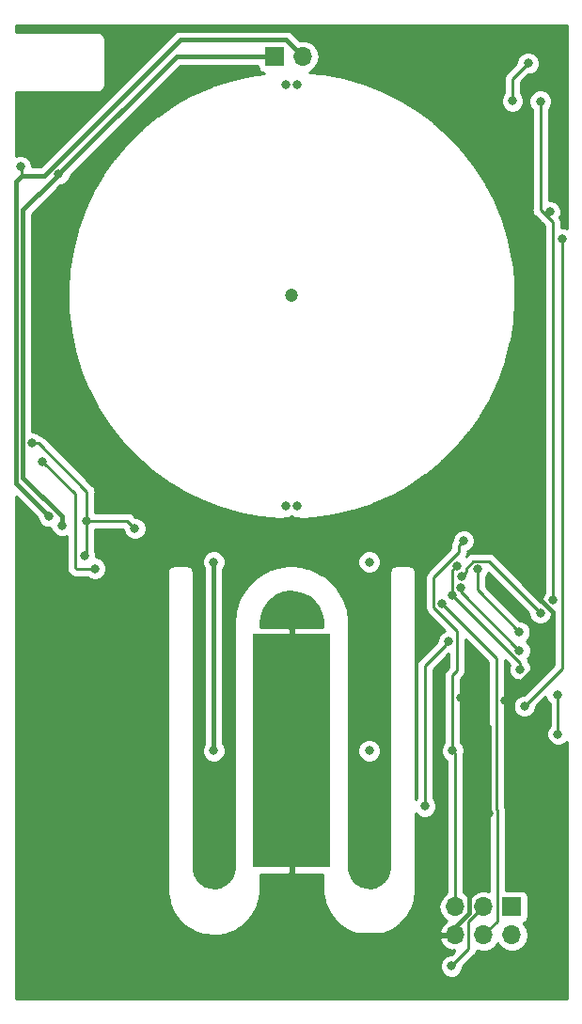
<source format=gbr>
G04 #@! TF.GenerationSoftware,KiCad,Pcbnew,(5.0.0-rc2-dev-668-g07e7340a9)*
G04 #@! TF.CreationDate,2018-10-23T00:23:44-04:00*
G04 #@! TF.ProjectId,BalancingBusinessCard,42616C616E63696E67427573696E6573,rev?*
G04 #@! TF.SameCoordinates,Original*
G04 #@! TF.FileFunction,Copper,L2,Bot,Signal*
G04 #@! TF.FilePolarity,Positive*
%FSLAX46Y46*%
G04 Gerber Fmt 4.6, Leading zero omitted, Abs format (unit mm)*
G04 Created by KiCad (PCBNEW (5.0.0-rc2-dev-668-g07e7340a9)) date 10/23/18 00:23:44*
%MOMM*%
%LPD*%
G01*
G04 APERTURE LIST*
%ADD10R,7.000000X21.000000*%
%ADD11O,1.700000X1.700000*%
%ADD12R,1.700000X1.700000*%
%ADD13C,1.200000*%
%ADD14C,0.800000*%
%ADD15C,0.250000*%
%ADD16C,0.400000*%
%ADD17C,0.254000*%
G04 APERTURE END LIST*
D10*
X205500000Y-116000000D03*
D11*
X220260000Y-132600000D03*
X220260000Y-130060000D03*
X222800000Y-132600000D03*
X222800000Y-130060000D03*
X225340000Y-132600000D03*
D12*
X225340000Y-130060000D03*
D11*
X206500000Y-53500000D03*
D12*
X203960000Y-53500000D03*
D13*
X205500000Y-75000000D03*
D14*
X205000000Y-56000000D03*
X206000000Y-56000000D03*
X205000000Y-94000000D03*
X206000000Y-94000000D03*
X187800000Y-99600000D03*
X183100000Y-89999996D03*
X212500000Y-99000000D03*
X198500000Y-98999976D03*
X198500000Y-116000000D03*
X212500000Y-116000000D03*
X184900000Y-130400000D03*
X190230001Y-117600000D03*
X183900000Y-125300000D03*
X190900000Y-133700000D03*
X183900000Y-135300000D03*
X184000000Y-108800000D03*
X226000000Y-110000000D03*
X226000000Y-80000000D03*
X226000000Y-75000000D03*
X226000000Y-65000000D03*
X226399607Y-100328534D03*
X226925010Y-90000000D03*
X226925010Y-85000000D03*
X220725010Y-111274131D03*
X223312660Y-121687340D03*
X224700011Y-111500000D03*
X226399607Y-96800000D03*
X226053948Y-69992234D03*
X225184603Y-60133322D03*
X189400000Y-98200000D03*
X190225000Y-101900000D03*
X205500000Y-116000000D03*
X205500000Y-132999992D03*
X229500000Y-114500000D03*
X229424945Y-111000000D03*
X187076163Y-95298639D03*
X191398309Y-95996451D03*
X186890531Y-98450011D03*
X182124979Y-88300488D03*
X226475021Y-111985695D03*
X229874980Y-69922499D03*
X229032850Y-102467150D03*
X228750000Y-67500000D03*
X227901717Y-57527037D03*
X225400000Y-57500000D03*
X226800000Y-54100000D03*
X217500000Y-121000000D03*
X219675000Y-106186683D03*
X219899994Y-135387500D03*
X219043400Y-102769939D03*
X220000000Y-116000000D03*
X221000000Y-97100000D03*
X183675980Y-94907368D03*
X181100000Y-63400000D03*
X227901465Y-103598535D03*
X220827644Y-100290480D03*
X226000000Y-105300000D03*
X184800000Y-95700000D03*
X222224979Y-99671169D03*
X184542695Y-64088690D03*
X220000000Y-102000000D03*
X226087933Y-108704837D03*
X220379538Y-99345782D03*
X226012660Y-106987340D03*
X220707115Y-101292885D03*
D15*
X186000000Y-92899996D02*
X183100000Y-89999996D01*
X186000000Y-99498322D02*
X186000000Y-92899996D01*
X186101678Y-99600000D02*
X186000000Y-99498322D01*
X187800000Y-99600000D02*
X186101678Y-99600000D01*
D16*
X198500000Y-98999976D02*
X198500000Y-116000000D01*
D15*
X190230001Y-121469999D02*
X190230001Y-117600000D01*
X184900000Y-126800000D02*
X190230001Y-121469999D01*
X184900000Y-130400000D02*
X184900000Y-126800000D01*
D16*
X184900000Y-126300000D02*
X184900000Y-126800000D01*
X183900000Y-125300000D02*
X184900000Y-126300000D01*
X184900000Y-130400000D02*
X187600000Y-130400000D01*
X187600000Y-130400000D02*
X190900000Y-133700000D01*
X184900000Y-130400000D02*
X184900000Y-134300000D01*
X184900000Y-134300000D02*
X183900000Y-135300000D01*
D15*
X190230001Y-117600000D02*
X190230001Y-115030001D01*
X190230001Y-115030001D02*
X184000000Y-108800000D01*
D16*
X205500000Y-116000000D02*
X205500000Y-116000000D01*
X226000000Y-75000000D02*
X226000000Y-80000000D01*
X226399607Y-100894219D02*
X226399607Y-100328534D01*
X229000000Y-107000000D02*
X229000000Y-103565685D01*
X226000000Y-110000000D02*
X229000000Y-107000000D01*
X229000000Y-103565685D02*
X226399607Y-100965292D01*
X226399607Y-100965292D02*
X226399607Y-100894219D01*
X226000000Y-84074990D02*
X226525011Y-84600001D01*
X226525011Y-84600001D02*
X226925010Y-85000000D01*
X226925010Y-85565685D02*
X226925010Y-90000000D01*
X226399607Y-90525403D02*
X226525011Y-90399999D01*
X226925010Y-85000000D02*
X226925010Y-85565685D01*
X226525011Y-90399999D02*
X226925010Y-90000000D01*
X226000000Y-80000000D02*
X226000000Y-84074990D01*
X223312660Y-121121655D02*
X223312660Y-121687340D01*
X226000000Y-110000000D02*
X224700011Y-111299989D01*
X224700011Y-111299989D02*
X224700011Y-111500000D01*
X223312660Y-113861781D02*
X223312660Y-121121655D01*
X220725010Y-111274131D02*
X223312660Y-113861781D01*
X226399607Y-96800000D02*
X226399607Y-90525403D01*
X226399607Y-100328534D02*
X226399607Y-96800000D01*
X226000000Y-70046182D02*
X226053948Y-69992234D01*
X226000000Y-69938286D02*
X226053948Y-69992234D01*
X226000000Y-60948719D02*
X225584602Y-60533321D01*
X225584602Y-60533321D02*
X225184603Y-60133322D01*
X226000000Y-65000000D02*
X226000000Y-69938286D01*
X226000000Y-65000000D02*
X226000000Y-60948719D01*
X226000000Y-75000000D02*
X226000000Y-70046182D01*
D15*
X189400000Y-98200000D02*
X189400000Y-101075000D01*
X189400000Y-101075000D02*
X190225000Y-101900000D01*
D16*
X221510001Y-130607523D02*
X220260000Y-131857524D01*
X221510001Y-123489999D02*
X221510001Y-130607523D01*
X220260000Y-131857524D02*
X220260000Y-132600000D01*
X223312660Y-121687340D02*
X221510001Y-123489999D01*
X205500000Y-116000000D02*
X205500000Y-132999992D01*
X190900000Y-133700000D02*
X204799992Y-133700000D01*
X205899992Y-132600000D02*
X205500000Y-132999992D01*
X205100001Y-133399991D02*
X205500000Y-132999992D01*
X204799992Y-133700000D02*
X205100001Y-133399991D01*
X220260000Y-132600000D02*
X205899992Y-132600000D01*
D15*
X229500000Y-111075055D02*
X229424945Y-111000000D01*
X229500000Y-114500000D02*
X229500000Y-111075055D01*
X190700497Y-95298639D02*
X191398309Y-95996451D01*
X187076163Y-95298639D02*
X190700497Y-95298639D01*
X187076163Y-98264379D02*
X186890531Y-98450011D01*
X187076163Y-95298639D02*
X187076163Y-98264379D01*
X182690664Y-88300488D02*
X182124979Y-88300488D01*
X187076163Y-95298639D02*
X187076163Y-92685987D01*
X187076163Y-92685987D02*
X182690664Y-88300488D01*
X226475021Y-111985695D02*
X229874980Y-108585736D01*
X229874980Y-108585736D02*
X229874980Y-70488184D01*
X229874980Y-70488184D02*
X229874980Y-69922499D01*
X229032850Y-101901465D02*
X229032850Y-102467150D01*
X228500000Y-67900000D02*
X229032850Y-68432850D01*
X228500000Y-67900000D02*
X228500000Y-67750000D01*
X228500000Y-67750000D02*
X228750000Y-67500000D01*
X229032850Y-68432850D02*
X229032850Y-101901465D01*
X227901717Y-67301717D02*
X227901717Y-58092722D01*
X228500000Y-67900000D02*
X227901717Y-67301717D01*
X227901717Y-58092722D02*
X227901717Y-57527037D01*
X225400000Y-57500000D02*
X225400000Y-55500000D01*
X225400000Y-55500000D02*
X226800000Y-54100000D01*
X219275001Y-106586682D02*
X219675000Y-106186683D01*
X217500000Y-108361683D02*
X219275001Y-106586682D01*
X217500000Y-121000000D02*
X217500000Y-108361683D01*
X221950001Y-130909999D02*
X222800000Y-130060000D01*
X221435001Y-131424999D02*
X221950001Y-130909999D01*
X221435001Y-133852493D02*
X221435001Y-131424999D01*
X219899994Y-135387500D02*
X221435001Y-133852493D01*
X223975001Y-121276677D02*
X223975001Y-107701540D01*
X219443399Y-103169938D02*
X219043400Y-102769939D01*
X223975001Y-107701540D02*
X219443399Y-103169938D01*
X224037662Y-121339338D02*
X223975001Y-121276677D01*
X224037662Y-131362338D02*
X224037662Y-121339338D01*
X222800000Y-132600000D02*
X224037662Y-131362338D01*
X220260000Y-130060000D02*
X220260000Y-116260000D01*
X220260000Y-116260000D02*
X220000000Y-116000000D01*
X220600001Y-97499999D02*
X220600001Y-98099999D01*
X221000000Y-97100000D02*
X220600001Y-97499999D01*
X220600001Y-98099999D02*
X218300000Y-100400000D01*
X218300000Y-100400000D02*
X218300000Y-103100000D01*
X218300000Y-103100000D02*
X220400000Y-105200000D01*
X220400000Y-105200000D02*
X220400000Y-108800000D01*
X220000000Y-109200000D02*
X220000000Y-116000000D01*
X220400000Y-108800000D02*
X220000000Y-109200000D01*
D16*
X180699989Y-91931377D02*
X183675980Y-94907368D01*
X180699989Y-64770014D02*
X180699989Y-91931377D01*
D15*
X181200000Y-63500000D02*
X181100000Y-63400000D01*
X181200000Y-64270003D02*
X181200000Y-63500000D01*
D16*
X181200000Y-64270003D02*
X180699989Y-64770014D01*
D15*
X221876977Y-98946167D02*
X221227643Y-99595501D01*
X221227643Y-99595501D02*
X221227643Y-99890481D01*
X221227643Y-99890481D02*
X220827644Y-100290480D01*
X227901465Y-103598535D02*
X223249097Y-98946167D01*
X223249097Y-98946167D02*
X221876977Y-98946167D01*
D16*
X183229997Y-64270003D02*
X181200000Y-64270003D01*
X195500000Y-52000000D02*
X183229997Y-64270003D01*
X206500000Y-53500000D02*
X205000000Y-52000000D01*
X205000000Y-52000000D02*
X195500000Y-52000000D01*
D15*
X222224979Y-100236854D02*
X222224979Y-99671169D01*
X222224979Y-101524979D02*
X222224979Y-100236854D01*
X226000000Y-105300000D02*
X222224979Y-101524979D01*
D16*
X195131385Y-53500000D02*
X184942694Y-63688691D01*
X203960000Y-53500000D02*
X195131385Y-53500000D01*
X181300000Y-67331385D02*
X184142696Y-64488689D01*
X184142696Y-64488689D02*
X184542695Y-64088690D01*
X181300000Y-91400002D02*
X181300000Y-67331385D01*
X184800000Y-94900002D02*
X181300000Y-91400002D01*
X184800000Y-95700000D02*
X184800000Y-94900002D01*
X184942694Y-63688691D02*
X184542695Y-64088690D01*
D15*
X226000000Y-108000000D02*
X220000000Y-102000000D01*
X226087933Y-108087933D02*
X226087933Y-108704837D01*
X226000000Y-108000000D02*
X226087933Y-108087933D01*
X226000000Y-108000000D02*
X219979539Y-101979539D01*
X219979539Y-99745781D02*
X220379538Y-99345782D01*
X219979539Y-101979539D02*
X219979539Y-99745781D01*
X226012660Y-106987340D02*
X220707115Y-101681795D01*
X220707115Y-101681795D02*
X220707115Y-101292885D01*
D17*
G36*
X230290001Y-68974130D02*
X230080854Y-68887499D01*
X229792850Y-68887499D01*
X229792850Y-68507698D01*
X229807738Y-68432850D01*
X229792850Y-68358002D01*
X229792850Y-68357998D01*
X229753605Y-68160700D01*
X229748754Y-68136312D01*
X229661066Y-68005078D01*
X229785000Y-67705874D01*
X229785000Y-67294126D01*
X229627431Y-66913720D01*
X229336280Y-66622569D01*
X228955874Y-66465000D01*
X228661717Y-66465000D01*
X228661717Y-58230748D01*
X228779148Y-58113317D01*
X228936717Y-57732911D01*
X228936717Y-57321163D01*
X228779148Y-56940757D01*
X228487997Y-56649606D01*
X228107591Y-56492037D01*
X227695843Y-56492037D01*
X227315437Y-56649606D01*
X227024286Y-56940757D01*
X226866717Y-57321163D01*
X226866717Y-57732911D01*
X227024286Y-58113317D01*
X227141718Y-58230749D01*
X227141717Y-67226870D01*
X227126829Y-67301717D01*
X227141717Y-67376564D01*
X227141717Y-67376568D01*
X227185813Y-67598253D01*
X227353788Y-67849646D01*
X227417247Y-67892048D01*
X227909670Y-68384472D01*
X227952071Y-68447929D01*
X228015530Y-68490331D01*
X228272850Y-68747652D01*
X228272851Y-101763438D01*
X228155419Y-101880870D01*
X227997850Y-102261276D01*
X227997850Y-102563535D01*
X227941267Y-102563535D01*
X223839428Y-98461697D01*
X223797026Y-98398238D01*
X223545634Y-98230263D01*
X223323949Y-98186167D01*
X223323944Y-98186167D01*
X223249097Y-98171279D01*
X223174250Y-98186167D01*
X221951824Y-98186167D01*
X221876977Y-98171279D01*
X221802130Y-98186167D01*
X221802125Y-98186167D01*
X221580440Y-98230263D01*
X221329048Y-98398238D01*
X221286648Y-98461694D01*
X221243612Y-98504731D01*
X221315905Y-98396536D01*
X221360001Y-98174851D01*
X221360001Y-98174847D01*
X221374889Y-98099999D01*
X221368456Y-98067657D01*
X221586280Y-97977431D01*
X221877431Y-97686280D01*
X222035000Y-97305874D01*
X222035000Y-96894126D01*
X221877431Y-96513720D01*
X221586280Y-96222569D01*
X221205874Y-96065000D01*
X220794126Y-96065000D01*
X220413720Y-96222569D01*
X220122569Y-96513720D01*
X219965000Y-96894126D01*
X219965000Y-97082383D01*
X219884097Y-97203463D01*
X219840001Y-97425148D01*
X219840001Y-97425152D01*
X219825113Y-97499999D01*
X219840001Y-97574846D01*
X219840001Y-97785197D01*
X217815530Y-99809669D01*
X217752071Y-99852071D01*
X217584096Y-100103464D01*
X217540000Y-100325149D01*
X217540000Y-100325153D01*
X217525112Y-100400000D01*
X217540000Y-100474847D01*
X217540001Y-103025148D01*
X217525112Y-103100000D01*
X217540001Y-103174852D01*
X217545086Y-103200417D01*
X217584097Y-103396537D01*
X217690058Y-103555118D01*
X217752072Y-103647929D01*
X217815528Y-103690329D01*
X219333188Y-105207990D01*
X219088720Y-105309252D01*
X218797569Y-105600403D01*
X218640000Y-105980809D01*
X218640000Y-106146880D01*
X217015528Y-107771354D01*
X216952072Y-107813754D01*
X216909672Y-107877210D01*
X216909671Y-107877211D01*
X216784097Y-108065146D01*
X216725112Y-108361683D01*
X216740001Y-108436535D01*
X216740000Y-120296289D01*
X216685000Y-120351289D01*
X216685000Y-100067462D01*
X216698419Y-100000000D01*
X216676635Y-99890482D01*
X216645255Y-99732727D01*
X216617860Y-99691728D01*
X216493857Y-99506143D01*
X216267273Y-99354745D01*
X216067462Y-99315000D01*
X216067461Y-99315000D01*
X216000000Y-99301581D01*
X215932538Y-99315000D01*
X215067462Y-99315000D01*
X215000000Y-99301581D01*
X214932539Y-99315000D01*
X214932538Y-99315000D01*
X214732727Y-99354745D01*
X214506143Y-99506143D01*
X214354745Y-99732727D01*
X214301581Y-100000000D01*
X214315001Y-100067467D01*
X214315000Y-126456900D01*
X214252705Y-126950019D01*
X214085726Y-127371761D01*
X213819109Y-127738727D01*
X213469610Y-128027857D01*
X213059184Y-128220989D01*
X212613620Y-128305985D01*
X212160925Y-128277504D01*
X211729528Y-128137335D01*
X211346546Y-127894287D01*
X211036039Y-127563630D01*
X210817517Y-127166141D01*
X210699295Y-126705698D01*
X210685000Y-126478479D01*
X210685000Y-115794126D01*
X211465000Y-115794126D01*
X211465000Y-116205874D01*
X211622569Y-116586280D01*
X211913720Y-116877431D01*
X212294126Y-117035000D01*
X212705874Y-117035000D01*
X213086280Y-116877431D01*
X213377431Y-116586280D01*
X213535000Y-116205874D01*
X213535000Y-115794126D01*
X213377431Y-115413720D01*
X213086280Y-115122569D01*
X212705874Y-114965000D01*
X212294126Y-114965000D01*
X211913720Y-115122569D01*
X211622569Y-115413720D01*
X211465000Y-115794126D01*
X210685000Y-115794126D01*
X210685000Y-104432538D01*
X210683354Y-104424264D01*
X210679424Y-104263441D01*
X210678530Y-104255996D01*
X210678896Y-104248505D01*
X210672539Y-104181883D01*
X210549882Y-103335935D01*
X210542374Y-103305135D01*
X210537905Y-103273736D01*
X210519065Y-103209519D01*
X210238656Y-102402027D01*
X210225456Y-102373196D01*
X210215133Y-102343215D01*
X210184491Y-102283719D01*
X210184491Y-102283718D01*
X210184488Y-102283714D01*
X209756448Y-101543820D01*
X209738039Y-101518010D01*
X209722229Y-101490517D01*
X209680899Y-101437902D01*
X209680889Y-101437888D01*
X209680883Y-101437883D01*
X209120656Y-100792278D01*
X209097697Y-100770415D01*
X209076975Y-100746408D01*
X209026428Y-100702546D01*
X208354221Y-100174520D01*
X208327543Y-100157393D01*
X208302653Y-100137736D01*
X208244734Y-100104230D01*
X208244725Y-100104224D01*
X208244721Y-100104222D01*
X207484798Y-99712837D01*
X207455359Y-99701062D01*
X207427206Y-99686469D01*
X207363985Y-99664515D01*
X206543759Y-99423887D01*
X206512625Y-99417892D01*
X206482220Y-99408885D01*
X206416013Y-99399287D01*
X206415989Y-99399282D01*
X206415978Y-99399282D01*
X205565059Y-99318097D01*
X205557567Y-99318097D01*
X205550169Y-99316839D01*
X205483266Y-99315204D01*
X205263441Y-99320576D01*
X205255996Y-99321470D01*
X205248505Y-99321104D01*
X205181883Y-99327461D01*
X204335935Y-99450118D01*
X204305135Y-99457626D01*
X204273736Y-99462095D01*
X204209519Y-99480935D01*
X203402027Y-99761344D01*
X203373196Y-99774544D01*
X203343215Y-99784867D01*
X203283727Y-99815505D01*
X203283718Y-99815509D01*
X203283717Y-99815510D01*
X202543820Y-100243552D01*
X202518010Y-100261961D01*
X202490517Y-100277771D01*
X202437902Y-100319101D01*
X202437888Y-100319111D01*
X202437883Y-100319117D01*
X201792278Y-100879344D01*
X201770415Y-100902303D01*
X201746408Y-100923025D01*
X201702546Y-100973572D01*
X201174520Y-101645779D01*
X201157393Y-101672457D01*
X201137736Y-101697347D01*
X201104230Y-101755266D01*
X201104224Y-101755275D01*
X201104224Y-101755276D01*
X200712837Y-102515202D01*
X200701062Y-102544641D01*
X200686469Y-102572794D01*
X200664515Y-102636015D01*
X200423887Y-103456241D01*
X200417892Y-103487375D01*
X200408885Y-103517780D01*
X200399287Y-103583987D01*
X200399282Y-103584011D01*
X200399282Y-103584022D01*
X200321392Y-104400403D01*
X200315000Y-104432539D01*
X200315001Y-126456893D01*
X200252705Y-126950019D01*
X200085726Y-127371761D01*
X199819109Y-127738727D01*
X199469610Y-128027857D01*
X199059184Y-128220989D01*
X198613620Y-128305985D01*
X198160925Y-128277504D01*
X197729528Y-128137335D01*
X197346546Y-127894287D01*
X197036039Y-127563630D01*
X196817517Y-127166141D01*
X196699295Y-126705698D01*
X196685000Y-126478479D01*
X196685000Y-100067462D01*
X196698419Y-100000000D01*
X196676635Y-99890482D01*
X196645255Y-99732727D01*
X196493857Y-99506143D01*
X196267273Y-99354745D01*
X196095494Y-99320576D01*
X196067462Y-99315000D01*
X196000000Y-99301581D01*
X195932539Y-99315000D01*
X195067461Y-99315000D01*
X195000000Y-99301581D01*
X194932538Y-99315000D01*
X194732727Y-99354745D01*
X194506143Y-99506143D01*
X194354745Y-99732727D01*
X194301581Y-100000000D01*
X194315000Y-100067462D01*
X194315001Y-128567462D01*
X194316881Y-128576914D01*
X194320724Y-128714500D01*
X194321865Y-128722832D01*
X194321396Y-128731226D01*
X194329655Y-128807254D01*
X194453129Y-129553097D01*
X194462786Y-129587684D01*
X194468526Y-129623125D01*
X194492918Y-129695606D01*
X194773670Y-130397536D01*
X194790526Y-130429238D01*
X194803745Y-130462625D01*
X194843124Y-130528163D01*
X194843132Y-130528177D01*
X194843137Y-130528183D01*
X195268066Y-131153447D01*
X195291336Y-131180790D01*
X195311416Y-131210559D01*
X195363961Y-131266124D01*
X195913248Y-131785558D01*
X195941848Y-131807267D01*
X195967851Y-131832029D01*
X196031102Y-131875015D01*
X196679118Y-132264381D01*
X196711708Y-132279440D01*
X196742424Y-132298042D01*
X196813422Y-132326439D01*
X196813432Y-132326443D01*
X196813438Y-132326444D01*
X197529939Y-132567574D01*
X197565006Y-132575284D01*
X197598998Y-132586856D01*
X197674428Y-132599343D01*
X197674446Y-132599347D01*
X197674455Y-132599347D01*
X198426021Y-132680993D01*
X198434428Y-132680993D01*
X198442680Y-132682597D01*
X198519125Y-132684733D01*
X198714500Y-132679276D01*
X198722832Y-132678135D01*
X198731226Y-132678604D01*
X198807254Y-132670345D01*
X199553097Y-132546871D01*
X199587684Y-132537214D01*
X199623125Y-132531474D01*
X199695606Y-132507082D01*
X200397536Y-132226330D01*
X200429238Y-132209474D01*
X200462625Y-132196255D01*
X200528163Y-132156876D01*
X200528177Y-132156868D01*
X200528183Y-132156863D01*
X201153447Y-131731934D01*
X201180790Y-131708664D01*
X201210559Y-131688584D01*
X201266124Y-131636039D01*
X201785558Y-131086752D01*
X201807267Y-131058152D01*
X201832029Y-131032149D01*
X201875015Y-130968898D01*
X202264381Y-130320882D01*
X202279440Y-130288292D01*
X202298042Y-130257576D01*
X202326439Y-130186578D01*
X202326443Y-130186568D01*
X202326444Y-130186562D01*
X202567574Y-129470061D01*
X202575284Y-129434994D01*
X202586856Y-129401002D01*
X202599343Y-129325572D01*
X202599347Y-129325554D01*
X202599347Y-129325545D01*
X202677731Y-128604005D01*
X202685000Y-128567462D01*
X202685000Y-127135000D01*
X205214250Y-127135000D01*
X205373000Y-126976250D01*
X205373000Y-116127000D01*
X205353000Y-116127000D01*
X205353000Y-115873000D01*
X205373000Y-115873000D01*
X205373000Y-105023750D01*
X205214250Y-104865000D01*
X202685000Y-104865000D01*
X202685000Y-104537095D01*
X202754603Y-103896386D01*
X202948264Y-103320936D01*
X203260977Y-102800491D01*
X203678153Y-102359339D01*
X204180328Y-102018061D01*
X204744074Y-101792579D01*
X205343089Y-101693413D01*
X205949421Y-101725189D01*
X206534788Y-101886427D01*
X207071874Y-102169600D01*
X207535623Y-102561498D01*
X207904404Y-103043843D01*
X208161002Y-103594120D01*
X208297400Y-104204327D01*
X208315001Y-104519152D01*
X208315001Y-104865000D01*
X205785750Y-104865000D01*
X205627000Y-105023750D01*
X205627000Y-115873000D01*
X205647000Y-115873000D01*
X205647000Y-116127000D01*
X205627000Y-116127000D01*
X205627000Y-126976250D01*
X205785750Y-127135000D01*
X208315000Y-127135000D01*
X208315000Y-128567461D01*
X208316881Y-128576919D01*
X208320724Y-128714500D01*
X208321865Y-128722832D01*
X208321396Y-128731226D01*
X208329655Y-128807254D01*
X208453129Y-129553097D01*
X208462786Y-129587684D01*
X208468526Y-129623125D01*
X208492918Y-129695606D01*
X208773670Y-130397536D01*
X208790526Y-130429238D01*
X208803745Y-130462625D01*
X208843124Y-130528163D01*
X208843132Y-130528177D01*
X208843137Y-130528183D01*
X209268066Y-131153447D01*
X209291336Y-131180790D01*
X209311416Y-131210559D01*
X209363961Y-131266124D01*
X209913248Y-131785558D01*
X209941848Y-131807267D01*
X209967851Y-131832029D01*
X210031102Y-131875015D01*
X210679118Y-132264381D01*
X210711708Y-132279440D01*
X210742424Y-132298042D01*
X210813422Y-132326439D01*
X210813432Y-132326443D01*
X210813438Y-132326444D01*
X211529939Y-132567574D01*
X211565006Y-132575284D01*
X211598998Y-132586856D01*
X211674428Y-132599343D01*
X211674446Y-132599347D01*
X211674455Y-132599347D01*
X212426021Y-132680993D01*
X212434428Y-132680993D01*
X212442680Y-132682597D01*
X212519125Y-132684733D01*
X212714500Y-132679276D01*
X212722832Y-132678135D01*
X212731226Y-132678604D01*
X212807254Y-132670345D01*
X213553097Y-132546871D01*
X213587684Y-132537214D01*
X213623125Y-132531474D01*
X213695606Y-132507082D01*
X214397536Y-132226330D01*
X214429238Y-132209474D01*
X214462625Y-132196255D01*
X214528163Y-132156876D01*
X214528177Y-132156868D01*
X214528183Y-132156863D01*
X215153447Y-131731934D01*
X215180790Y-131708664D01*
X215210559Y-131688584D01*
X215266124Y-131636039D01*
X215785558Y-131086752D01*
X215807267Y-131058152D01*
X215832029Y-131032149D01*
X215875015Y-130968898D01*
X216264381Y-130320882D01*
X216279440Y-130288292D01*
X216298042Y-130257576D01*
X216326439Y-130186578D01*
X216326443Y-130186568D01*
X216326444Y-130186562D01*
X216567574Y-129470061D01*
X216575284Y-129434994D01*
X216586856Y-129401002D01*
X216599343Y-129325572D01*
X216599347Y-129325554D01*
X216599347Y-129325545D01*
X216677731Y-128604005D01*
X216685000Y-128567462D01*
X216685000Y-121648711D01*
X216913720Y-121877431D01*
X217294126Y-122035000D01*
X217705874Y-122035000D01*
X218086280Y-121877431D01*
X218377431Y-121586280D01*
X218535000Y-121205874D01*
X218535000Y-120794126D01*
X218377431Y-120413720D01*
X218260000Y-120296289D01*
X218260000Y-108676484D01*
X219640001Y-107296485D01*
X219640001Y-108485198D01*
X219515529Y-108609669D01*
X219452071Y-108652071D01*
X219284096Y-108903464D01*
X219240000Y-109125149D01*
X219240000Y-109125153D01*
X219225112Y-109200000D01*
X219240000Y-109274847D01*
X219240001Y-115296288D01*
X219122569Y-115413720D01*
X218965000Y-115794126D01*
X218965000Y-116205874D01*
X219122569Y-116586280D01*
X219413720Y-116877431D01*
X219500001Y-116913170D01*
X219500000Y-128781822D01*
X219189375Y-128989375D01*
X218861161Y-129480582D01*
X218745908Y-130060000D01*
X218861161Y-130639418D01*
X219189375Y-131130625D01*
X219489786Y-131331353D01*
X219064817Y-131718642D01*
X218818514Y-132243108D01*
X218939181Y-132473000D01*
X220133000Y-132473000D01*
X220133000Y-132453000D01*
X220387000Y-132453000D01*
X220387000Y-132473000D01*
X220407000Y-132473000D01*
X220407000Y-132727000D01*
X220387000Y-132727000D01*
X220387000Y-132747000D01*
X220133000Y-132747000D01*
X220133000Y-132727000D01*
X218939181Y-132727000D01*
X218818514Y-132956892D01*
X219064817Y-133481358D01*
X219493076Y-133871645D01*
X219903110Y-134041476D01*
X220132998Y-133920156D01*
X220132998Y-134079694D01*
X219860193Y-134352500D01*
X219694120Y-134352500D01*
X219313714Y-134510069D01*
X219022563Y-134801220D01*
X218864994Y-135181626D01*
X218864994Y-135593374D01*
X219022563Y-135973780D01*
X219313714Y-136264931D01*
X219694120Y-136422500D01*
X220105868Y-136422500D01*
X220486274Y-136264931D01*
X220777425Y-135973780D01*
X220934994Y-135593374D01*
X220934994Y-135427301D01*
X221919474Y-134442822D01*
X221982930Y-134400422D01*
X222025925Y-134336075D01*
X222150905Y-134149031D01*
X222180780Y-133998839D01*
X222185449Y-133975364D01*
X222220582Y-133998839D01*
X222653744Y-134085000D01*
X222946256Y-134085000D01*
X223379418Y-133998839D01*
X223870625Y-133670625D01*
X224070000Y-133372239D01*
X224269375Y-133670625D01*
X224760582Y-133998839D01*
X225193744Y-134085000D01*
X225486256Y-134085000D01*
X225919418Y-133998839D01*
X226410625Y-133670625D01*
X226738839Y-133179418D01*
X226854092Y-132600000D01*
X226738839Y-132020582D01*
X226410625Y-131529375D01*
X226392381Y-131517184D01*
X226437765Y-131508157D01*
X226647809Y-131367809D01*
X226788157Y-131157765D01*
X226837440Y-130910000D01*
X226837440Y-129210000D01*
X226788157Y-128962235D01*
X226647809Y-128752191D01*
X226437765Y-128611843D01*
X226190000Y-128562560D01*
X224797662Y-128562560D01*
X224797662Y-121414184D01*
X224812550Y-121339337D01*
X224797662Y-121264490D01*
X224797662Y-121264486D01*
X224753566Y-121042801D01*
X224735001Y-121015017D01*
X224735001Y-107809804D01*
X225161663Y-108236466D01*
X225052933Y-108498963D01*
X225052933Y-108910711D01*
X225210502Y-109291117D01*
X225501653Y-109582268D01*
X225882059Y-109739837D01*
X226293807Y-109739837D01*
X226674213Y-109582268D01*
X226965364Y-109291117D01*
X227122933Y-108910711D01*
X227122933Y-108498963D01*
X226965364Y-108118557D01*
X226844965Y-107998158D01*
X226803837Y-107791396D01*
X226751157Y-107712554D01*
X226890091Y-107573620D01*
X227047660Y-107193214D01*
X227047660Y-106781466D01*
X226890091Y-106401060D01*
X226626371Y-106137340D01*
X226877431Y-105886280D01*
X227035000Y-105505874D01*
X227035000Y-105094126D01*
X226877431Y-104713720D01*
X226586280Y-104422569D01*
X226205874Y-104265000D01*
X226039802Y-104265000D01*
X222984979Y-101210178D01*
X222984979Y-100374880D01*
X223102410Y-100257449D01*
X223214637Y-99986508D01*
X226866465Y-103638337D01*
X226866465Y-103804409D01*
X227024034Y-104184815D01*
X227315185Y-104475966D01*
X227695591Y-104633535D01*
X228107339Y-104633535D01*
X228487745Y-104475966D01*
X228778896Y-104184815D01*
X228936465Y-103804409D01*
X228936465Y-103502150D01*
X229114980Y-103502150D01*
X229114980Y-108270934D01*
X226435220Y-110950695D01*
X226269147Y-110950695D01*
X225888741Y-111108264D01*
X225597590Y-111399415D01*
X225440021Y-111779821D01*
X225440021Y-112191569D01*
X225597590Y-112571975D01*
X225888741Y-112863126D01*
X226269147Y-113020695D01*
X226680895Y-113020695D01*
X227061301Y-112863126D01*
X227352452Y-112571975D01*
X227510021Y-112191569D01*
X227510021Y-112025496D01*
X228389945Y-111145572D01*
X228389945Y-111205874D01*
X228547514Y-111586280D01*
X228740001Y-111778767D01*
X228740000Y-113796289D01*
X228622569Y-113913720D01*
X228465000Y-114294126D01*
X228465000Y-114705874D01*
X228622569Y-115086280D01*
X228913720Y-115377431D01*
X229294126Y-115535000D01*
X229705874Y-115535000D01*
X230086280Y-115377431D01*
X230290000Y-115173711D01*
X230290000Y-138290000D01*
X180710000Y-138290000D01*
X180710000Y-93122255D01*
X182640980Y-95053236D01*
X182640980Y-95113242D01*
X182798549Y-95493648D01*
X183089700Y-95784799D01*
X183470106Y-95942368D01*
X183780116Y-95942368D01*
X183922569Y-96286280D01*
X184213720Y-96577431D01*
X184594126Y-96735000D01*
X185005874Y-96735000D01*
X185240000Y-96638022D01*
X185240000Y-99423475D01*
X185225112Y-99498322D01*
X185240000Y-99573169D01*
X185240000Y-99573173D01*
X185284096Y-99794858D01*
X185452071Y-100046251D01*
X185513022Y-100086978D01*
X185553749Y-100147929D01*
X185805141Y-100315904D01*
X186026826Y-100360000D01*
X186026830Y-100360000D01*
X186101677Y-100374888D01*
X186176524Y-100360000D01*
X187096289Y-100360000D01*
X187213720Y-100477431D01*
X187594126Y-100635000D01*
X188005874Y-100635000D01*
X188386280Y-100477431D01*
X188677431Y-100186280D01*
X188835000Y-99805874D01*
X188835000Y-99394126D01*
X188677431Y-99013720D01*
X188457813Y-98794102D01*
X197465000Y-98794102D01*
X197465000Y-99205850D01*
X197622569Y-99586256D01*
X197665000Y-99628687D01*
X197665001Y-115371288D01*
X197622569Y-115413720D01*
X197465000Y-115794126D01*
X197465000Y-116205874D01*
X197622569Y-116586280D01*
X197913720Y-116877431D01*
X198294126Y-117035000D01*
X198705874Y-117035000D01*
X199086280Y-116877431D01*
X199377431Y-116586280D01*
X199535000Y-116205874D01*
X199535000Y-115794126D01*
X199377431Y-115413720D01*
X199335000Y-115371289D01*
X199335000Y-99628687D01*
X199377431Y-99586256D01*
X199535000Y-99205850D01*
X199535000Y-98794126D01*
X211465000Y-98794126D01*
X211465000Y-99205874D01*
X211622569Y-99586280D01*
X211913720Y-99877431D01*
X212294126Y-100035000D01*
X212705874Y-100035000D01*
X213086280Y-99877431D01*
X213377431Y-99586280D01*
X213535000Y-99205874D01*
X213535000Y-98794126D01*
X213377431Y-98413720D01*
X213086280Y-98122569D01*
X212705874Y-97965000D01*
X212294126Y-97965000D01*
X211913720Y-98122569D01*
X211622569Y-98413720D01*
X211465000Y-98794126D01*
X199535000Y-98794126D01*
X199535000Y-98794102D01*
X199377431Y-98413696D01*
X199086280Y-98122545D01*
X198705874Y-97964976D01*
X198294126Y-97964976D01*
X197913720Y-98122545D01*
X197622569Y-98413696D01*
X197465000Y-98794102D01*
X188457813Y-98794102D01*
X188386280Y-98722569D01*
X188005874Y-98565000D01*
X187925531Y-98565000D01*
X187925531Y-98244137D01*
X187836163Y-98028383D01*
X187836163Y-96058639D01*
X190363309Y-96058639D01*
X190363309Y-96202325D01*
X190520878Y-96582731D01*
X190812029Y-96873882D01*
X191192435Y-97031451D01*
X191604183Y-97031451D01*
X191984589Y-96873882D01*
X192275740Y-96582731D01*
X192433309Y-96202325D01*
X192433309Y-95790577D01*
X192275740Y-95410171D01*
X191984589Y-95119020D01*
X191604183Y-94961451D01*
X191438110Y-94961451D01*
X191290828Y-94814169D01*
X191248426Y-94750710D01*
X190997034Y-94582735D01*
X190775349Y-94538639D01*
X190775344Y-94538639D01*
X190700497Y-94523751D01*
X190625650Y-94538639D01*
X187836163Y-94538639D01*
X187836163Y-92760833D01*
X187851051Y-92685986D01*
X187836163Y-92611139D01*
X187836163Y-92611135D01*
X187792067Y-92389450D01*
X187624092Y-92138058D01*
X187560636Y-92095658D01*
X183280995Y-87816018D01*
X183238593Y-87752559D01*
X182987201Y-87584584D01*
X182844376Y-87556174D01*
X182711259Y-87423057D01*
X182330853Y-87265488D01*
X182135000Y-87265488D01*
X182135000Y-67677252D01*
X184688563Y-65123690D01*
X184748569Y-65123690D01*
X185128975Y-64966121D01*
X185420126Y-64674970D01*
X185577695Y-64294564D01*
X185577695Y-64234557D01*
X185591278Y-64220974D01*
X195477253Y-54335000D01*
X202462560Y-54335000D01*
X202462560Y-54350000D01*
X202511843Y-54597765D01*
X202652191Y-54807809D01*
X202862235Y-54948157D01*
X203036274Y-54982775D01*
X201796673Y-55158324D01*
X201784910Y-55160538D01*
X201773062Y-55162090D01*
X201735599Y-55169821D01*
X200013613Y-55575627D01*
X200002119Y-55578892D01*
X199990440Y-55581516D01*
X199953832Y-55592611D01*
X198275712Y-56152815D01*
X198264544Y-56157116D01*
X198253169Y-56160781D01*
X198217716Y-56175148D01*
X196597275Y-56885138D01*
X196586550Y-56890429D01*
X196575546Y-56895114D01*
X196541542Y-56912635D01*
X194992118Y-57766570D01*
X194981921Y-57772809D01*
X194971383Y-57778474D01*
X194939107Y-57799005D01*
X193473454Y-58789852D01*
X193463863Y-58796990D01*
X193453882Y-58803587D01*
X193423600Y-58826958D01*
X192053783Y-59946563D01*
X192044877Y-59954542D01*
X192035537Y-59962015D01*
X192007497Y-59988035D01*
X190744790Y-61227182D01*
X190736641Y-61235940D01*
X190728020Y-61244224D01*
X190702454Y-61272678D01*
X189557251Y-62621169D01*
X189549938Y-62630617D01*
X189542094Y-62639660D01*
X189519212Y-62670315D01*
X188500939Y-64117047D01*
X188494506Y-64127129D01*
X188487521Y-64136836D01*
X188467511Y-64169439D01*
X187584551Y-65702505D01*
X187579061Y-65713123D01*
X187572981Y-65723429D01*
X187556009Y-65757711D01*
X186815628Y-67364494D01*
X186811125Y-67375561D01*
X186806002Y-67386380D01*
X186792206Y-67422059D01*
X186200499Y-69089332D01*
X186197014Y-69100773D01*
X186192897Y-69112000D01*
X186182392Y-69148783D01*
X185744229Y-70862821D01*
X185741797Y-70874526D01*
X185738712Y-70886086D01*
X185731584Y-70923669D01*
X185450573Y-72670364D01*
X185449211Y-72682249D01*
X185447188Y-72694033D01*
X185443501Y-72732050D01*
X185443495Y-72732107D01*
X185443494Y-72732129D01*
X185321948Y-74497083D01*
X185321669Y-74509025D01*
X185320721Y-74520961D01*
X185320495Y-74559213D01*
X185359412Y-76327942D01*
X185360217Y-76339872D01*
X185360355Y-76351833D01*
X185363596Y-76389948D01*
X185562657Y-78147871D01*
X185564539Y-78159674D01*
X185565761Y-78171578D01*
X185572434Y-78209186D01*
X185572443Y-78209242D01*
X185572448Y-78209263D01*
X185930011Y-79941887D01*
X185932955Y-79953472D01*
X185935251Y-79965216D01*
X185945319Y-80002120D01*
X186458449Y-81695228D01*
X186462433Y-81706504D01*
X186465782Y-81717985D01*
X186479154Y-81753825D01*
X187143622Y-83393457D01*
X187148613Y-83404327D01*
X187152988Y-83415457D01*
X187169541Y-83449912D01*
X187169552Y-83449936D01*
X187169553Y-83449937D01*
X187979891Y-85022599D01*
X187985838Y-85032958D01*
X187991211Y-85043659D01*
X188010833Y-85076496D01*
X188960371Y-86569243D01*
X188967246Y-86579039D01*
X188973554Y-86589189D01*
X188996071Y-86620113D01*
X190076992Y-88020658D01*
X190084716Y-88029779D01*
X190091928Y-88039328D01*
X190117155Y-88068083D01*
X191320563Y-89364898D01*
X191329089Y-89373288D01*
X191337130Y-89382137D01*
X191364859Y-89408488D01*
X192680847Y-90590896D01*
X192690094Y-90598475D01*
X192698908Y-90606563D01*
X192728912Y-90630292D01*
X194146649Y-91688563D01*
X194156555Y-91695280D01*
X194166056Y-91702528D01*
X194198020Y-91723397D01*
X194198086Y-91723441D01*
X194198113Y-91723456D01*
X195705902Y-92648863D01*
X195716365Y-92654649D01*
X195726494Y-92661012D01*
X195760288Y-92678935D01*
X197345772Y-93463892D01*
X197356722Y-93468708D01*
X197367382Y-93474125D01*
X197402661Y-93488911D01*
X199052762Y-94126940D01*
X199064104Y-94130744D01*
X199075210Y-94135172D01*
X199111684Y-94146700D01*
X200812821Y-94632551D01*
X200824452Y-94635309D01*
X200835922Y-94638715D01*
X200873291Y-94646890D01*
X202611460Y-94976563D01*
X202623293Y-94978255D01*
X202635025Y-94980608D01*
X202672981Y-94985362D01*
X204399882Y-95152846D01*
X204500000Y-95172761D01*
X204767273Y-95119597D01*
X204893882Y-95035000D01*
X205205874Y-95035000D01*
X205500000Y-94913169D01*
X205794126Y-95035000D01*
X206106119Y-95035000D01*
X206232728Y-95119597D01*
X206500000Y-95172761D01*
X206592247Y-95154412D01*
X207405767Y-95094671D01*
X207409682Y-95094204D01*
X207413639Y-95094048D01*
X207451649Y-95089744D01*
X209203326Y-94841676D01*
X209215073Y-94839465D01*
X209226938Y-94837911D01*
X209264401Y-94830179D01*
X210986387Y-94424373D01*
X210997881Y-94421108D01*
X211009560Y-94418484D01*
X211046168Y-94407389D01*
X212724289Y-93847184D01*
X212735444Y-93842889D01*
X212746832Y-93839219D01*
X212782265Y-93824860D01*
X212782285Y-93824852D01*
X212782293Y-93824848D01*
X214402726Y-93114862D01*
X214413451Y-93109571D01*
X214424455Y-93104886D01*
X214458413Y-93087388D01*
X214458459Y-93087365D01*
X214458475Y-93087355D01*
X216007882Y-92233430D01*
X216018081Y-92227190D01*
X216028617Y-92221526D01*
X216060868Y-92201011D01*
X216060894Y-92200995D01*
X216060904Y-92200988D01*
X217526546Y-91210148D01*
X217536135Y-91203011D01*
X217546117Y-91196414D01*
X217576400Y-91173042D01*
X218946217Y-90053437D01*
X218955121Y-90045459D01*
X218964463Y-90037985D01*
X218992503Y-90011965D01*
X220255209Y-88772818D01*
X220263352Y-88764068D01*
X220271980Y-88755776D01*
X220297520Y-88727350D01*
X220297546Y-88727322D01*
X220297555Y-88727311D01*
X221442749Y-87378831D01*
X221450062Y-87369383D01*
X221457906Y-87360340D01*
X221480788Y-87329685D01*
X222499060Y-85882953D01*
X222505485Y-85872883D01*
X222512479Y-85863164D01*
X222532488Y-85830562D01*
X223415449Y-84297495D01*
X223420939Y-84286877D01*
X223427019Y-84276571D01*
X223443991Y-84242289D01*
X224184373Y-82635506D01*
X224188881Y-82624427D01*
X224193998Y-82613620D01*
X224207794Y-82577941D01*
X224799501Y-80910668D01*
X224802986Y-80899227D01*
X224807103Y-80888000D01*
X224817608Y-80851217D01*
X225255771Y-79137179D01*
X225258206Y-79125464D01*
X225261287Y-79113915D01*
X225268416Y-79076332D01*
X225549427Y-77329636D01*
X225550789Y-77317751D01*
X225552812Y-77305967D01*
X225556499Y-77267950D01*
X225556505Y-77267893D01*
X225556506Y-77267871D01*
X225678052Y-75502918D01*
X225678331Y-75490975D01*
X225679279Y-75479039D01*
X225679505Y-75440787D01*
X225640588Y-73672058D01*
X225639783Y-73660128D01*
X225639645Y-73648167D01*
X225636404Y-73610052D01*
X225437343Y-71852130D01*
X225435461Y-71840328D01*
X225434239Y-71828422D01*
X225427566Y-71790814D01*
X225427557Y-71790758D01*
X225427552Y-71790737D01*
X225069989Y-70058113D01*
X225067045Y-70046529D01*
X225064749Y-70034784D01*
X225054691Y-69997920D01*
X225054681Y-69997881D01*
X225054676Y-69997867D01*
X224541551Y-68304772D01*
X224537567Y-68293496D01*
X224534218Y-68282015D01*
X224520846Y-68246175D01*
X223856378Y-66606542D01*
X223851385Y-66595667D01*
X223847012Y-66584543D01*
X223830470Y-66550110D01*
X223830448Y-66550063D01*
X223830438Y-66550046D01*
X223020109Y-64977401D01*
X223014162Y-64967042D01*
X223008789Y-64956341D01*
X222989167Y-64923504D01*
X222039629Y-63430757D01*
X222032754Y-63420961D01*
X222026446Y-63410811D01*
X222003929Y-63379887D01*
X220923008Y-61979342D01*
X220915282Y-61970219D01*
X220908072Y-61960672D01*
X220882845Y-61931917D01*
X219679438Y-60635103D01*
X219670913Y-60626714D01*
X219662870Y-60617863D01*
X219635141Y-60591512D01*
X218319153Y-59409104D01*
X218309906Y-59401525D01*
X218301092Y-59393437D01*
X218271088Y-59369708D01*
X216853351Y-58311437D01*
X216843455Y-58304727D01*
X216833945Y-58297472D01*
X216801914Y-58276560D01*
X215294098Y-57351138D01*
X215283645Y-57345358D01*
X215273506Y-57338988D01*
X215239735Y-57321078D01*
X215239712Y-57321065D01*
X215239703Y-57321061D01*
X215185299Y-57294126D01*
X224365000Y-57294126D01*
X224365000Y-57705874D01*
X224522569Y-58086280D01*
X224813720Y-58377431D01*
X225194126Y-58535000D01*
X225605874Y-58535000D01*
X225986280Y-58377431D01*
X226277431Y-58086280D01*
X226435000Y-57705874D01*
X226435000Y-57294126D01*
X226277431Y-56913720D01*
X226160000Y-56796289D01*
X226160000Y-55814801D01*
X226839802Y-55135000D01*
X227005874Y-55135000D01*
X227386280Y-54977431D01*
X227677431Y-54686280D01*
X227835000Y-54305874D01*
X227835000Y-53894126D01*
X227677431Y-53513720D01*
X227386280Y-53222569D01*
X227005874Y-53065000D01*
X226594126Y-53065000D01*
X226213720Y-53222569D01*
X225922569Y-53513720D01*
X225765000Y-53894126D01*
X225765000Y-54060198D01*
X224915528Y-54909671D01*
X224852072Y-54952071D01*
X224809672Y-55015527D01*
X224809671Y-55015528D01*
X224717134Y-55154020D01*
X224684097Y-55203463D01*
X224651913Y-55365265D01*
X224625112Y-55500000D01*
X224640001Y-55574852D01*
X224640000Y-56796289D01*
X224522569Y-56913720D01*
X224365000Y-57294126D01*
X215185299Y-57294126D01*
X213654228Y-56536108D01*
X213643276Y-56531292D01*
X213632618Y-56525875D01*
X213597359Y-56511098D01*
X213597339Y-56511089D01*
X213597331Y-56511086D01*
X211947238Y-55873060D01*
X211935902Y-55869258D01*
X211924791Y-55864828D01*
X211888316Y-55853300D01*
X210187180Y-55367449D01*
X210175548Y-55364691D01*
X210164079Y-55361285D01*
X210126722Y-55353113D01*
X210126706Y-55353109D01*
X208388540Y-55023437D01*
X208376707Y-55021745D01*
X208364975Y-55019392D01*
X208327026Y-55014639D01*
X208327019Y-55014638D01*
X208327017Y-55014638D01*
X207086214Y-54894298D01*
X207570625Y-54570625D01*
X207898839Y-54079418D01*
X208014092Y-53500000D01*
X207898839Y-52920582D01*
X207570625Y-52429375D01*
X207079418Y-52101161D01*
X206646256Y-52015000D01*
X206353744Y-52015000D01*
X206222061Y-52041193D01*
X205648587Y-51467720D01*
X205602001Y-51397999D01*
X205325801Y-51213448D01*
X205082237Y-51165000D01*
X205082233Y-51165000D01*
X205000000Y-51148643D01*
X204917767Y-51165000D01*
X195582237Y-51165000D01*
X195500000Y-51148642D01*
X195417763Y-51165000D01*
X195174199Y-51213448D01*
X194897999Y-51397999D01*
X194851415Y-51467717D01*
X182884130Y-63435003D01*
X182135000Y-63435003D01*
X182135000Y-63194126D01*
X181977431Y-62813720D01*
X181686280Y-62522569D01*
X181305874Y-62365000D01*
X180894126Y-62365000D01*
X180710000Y-62441267D01*
X180710000Y-56710000D01*
X187930075Y-56710000D01*
X188000000Y-56723909D01*
X188117284Y-56700580D01*
X188277028Y-56668805D01*
X188511881Y-56511881D01*
X188668805Y-56277028D01*
X188694460Y-56148052D01*
X188710000Y-56069926D01*
X188723909Y-56000000D01*
X188710000Y-55930074D01*
X188710000Y-52069925D01*
X188723909Y-52000000D01*
X188668805Y-51722972D01*
X188511881Y-51488119D01*
X188277028Y-51331195D01*
X188069926Y-51290000D01*
X188069925Y-51290000D01*
X188000000Y-51276091D01*
X187930074Y-51290000D01*
X180710000Y-51290000D01*
X180710000Y-50710000D01*
X230290001Y-50710000D01*
X230290001Y-68974130D01*
X230290001Y-68974130D01*
G37*
X230290001Y-68974130D02*
X230080854Y-68887499D01*
X229792850Y-68887499D01*
X229792850Y-68507698D01*
X229807738Y-68432850D01*
X229792850Y-68358002D01*
X229792850Y-68357998D01*
X229753605Y-68160700D01*
X229748754Y-68136312D01*
X229661066Y-68005078D01*
X229785000Y-67705874D01*
X229785000Y-67294126D01*
X229627431Y-66913720D01*
X229336280Y-66622569D01*
X228955874Y-66465000D01*
X228661717Y-66465000D01*
X228661717Y-58230748D01*
X228779148Y-58113317D01*
X228936717Y-57732911D01*
X228936717Y-57321163D01*
X228779148Y-56940757D01*
X228487997Y-56649606D01*
X228107591Y-56492037D01*
X227695843Y-56492037D01*
X227315437Y-56649606D01*
X227024286Y-56940757D01*
X226866717Y-57321163D01*
X226866717Y-57732911D01*
X227024286Y-58113317D01*
X227141718Y-58230749D01*
X227141717Y-67226870D01*
X227126829Y-67301717D01*
X227141717Y-67376564D01*
X227141717Y-67376568D01*
X227185813Y-67598253D01*
X227353788Y-67849646D01*
X227417247Y-67892048D01*
X227909670Y-68384472D01*
X227952071Y-68447929D01*
X228015530Y-68490331D01*
X228272850Y-68747652D01*
X228272851Y-101763438D01*
X228155419Y-101880870D01*
X227997850Y-102261276D01*
X227997850Y-102563535D01*
X227941267Y-102563535D01*
X223839428Y-98461697D01*
X223797026Y-98398238D01*
X223545634Y-98230263D01*
X223323949Y-98186167D01*
X223323944Y-98186167D01*
X223249097Y-98171279D01*
X223174250Y-98186167D01*
X221951824Y-98186167D01*
X221876977Y-98171279D01*
X221802130Y-98186167D01*
X221802125Y-98186167D01*
X221580440Y-98230263D01*
X221329048Y-98398238D01*
X221286648Y-98461694D01*
X221243612Y-98504731D01*
X221315905Y-98396536D01*
X221360001Y-98174851D01*
X221360001Y-98174847D01*
X221374889Y-98099999D01*
X221368456Y-98067657D01*
X221586280Y-97977431D01*
X221877431Y-97686280D01*
X222035000Y-97305874D01*
X222035000Y-96894126D01*
X221877431Y-96513720D01*
X221586280Y-96222569D01*
X221205874Y-96065000D01*
X220794126Y-96065000D01*
X220413720Y-96222569D01*
X220122569Y-96513720D01*
X219965000Y-96894126D01*
X219965000Y-97082383D01*
X219884097Y-97203463D01*
X219840001Y-97425148D01*
X219840001Y-97425152D01*
X219825113Y-97499999D01*
X219840001Y-97574846D01*
X219840001Y-97785197D01*
X217815530Y-99809669D01*
X217752071Y-99852071D01*
X217584096Y-100103464D01*
X217540000Y-100325149D01*
X217540000Y-100325153D01*
X217525112Y-100400000D01*
X217540000Y-100474847D01*
X217540001Y-103025148D01*
X217525112Y-103100000D01*
X217540001Y-103174852D01*
X217545086Y-103200417D01*
X217584097Y-103396537D01*
X217690058Y-103555118D01*
X217752072Y-103647929D01*
X217815528Y-103690329D01*
X219333188Y-105207990D01*
X219088720Y-105309252D01*
X218797569Y-105600403D01*
X218640000Y-105980809D01*
X218640000Y-106146880D01*
X217015528Y-107771354D01*
X216952072Y-107813754D01*
X216909672Y-107877210D01*
X216909671Y-107877211D01*
X216784097Y-108065146D01*
X216725112Y-108361683D01*
X216740001Y-108436535D01*
X216740000Y-120296289D01*
X216685000Y-120351289D01*
X216685000Y-100067462D01*
X216698419Y-100000000D01*
X216676635Y-99890482D01*
X216645255Y-99732727D01*
X216617860Y-99691728D01*
X216493857Y-99506143D01*
X216267273Y-99354745D01*
X216067462Y-99315000D01*
X216067461Y-99315000D01*
X216000000Y-99301581D01*
X215932538Y-99315000D01*
X215067462Y-99315000D01*
X215000000Y-99301581D01*
X214932539Y-99315000D01*
X214932538Y-99315000D01*
X214732727Y-99354745D01*
X214506143Y-99506143D01*
X214354745Y-99732727D01*
X214301581Y-100000000D01*
X214315001Y-100067467D01*
X214315000Y-126456900D01*
X214252705Y-126950019D01*
X214085726Y-127371761D01*
X213819109Y-127738727D01*
X213469610Y-128027857D01*
X213059184Y-128220989D01*
X212613620Y-128305985D01*
X212160925Y-128277504D01*
X211729528Y-128137335D01*
X211346546Y-127894287D01*
X211036039Y-127563630D01*
X210817517Y-127166141D01*
X210699295Y-126705698D01*
X210685000Y-126478479D01*
X210685000Y-115794126D01*
X211465000Y-115794126D01*
X211465000Y-116205874D01*
X211622569Y-116586280D01*
X211913720Y-116877431D01*
X212294126Y-117035000D01*
X212705874Y-117035000D01*
X213086280Y-116877431D01*
X213377431Y-116586280D01*
X213535000Y-116205874D01*
X213535000Y-115794126D01*
X213377431Y-115413720D01*
X213086280Y-115122569D01*
X212705874Y-114965000D01*
X212294126Y-114965000D01*
X211913720Y-115122569D01*
X211622569Y-115413720D01*
X211465000Y-115794126D01*
X210685000Y-115794126D01*
X210685000Y-104432538D01*
X210683354Y-104424264D01*
X210679424Y-104263441D01*
X210678530Y-104255996D01*
X210678896Y-104248505D01*
X210672539Y-104181883D01*
X210549882Y-103335935D01*
X210542374Y-103305135D01*
X210537905Y-103273736D01*
X210519065Y-103209519D01*
X210238656Y-102402027D01*
X210225456Y-102373196D01*
X210215133Y-102343215D01*
X210184491Y-102283719D01*
X210184491Y-102283718D01*
X210184488Y-102283714D01*
X209756448Y-101543820D01*
X209738039Y-101518010D01*
X209722229Y-101490517D01*
X209680899Y-101437902D01*
X209680889Y-101437888D01*
X209680883Y-101437883D01*
X209120656Y-100792278D01*
X209097697Y-100770415D01*
X209076975Y-100746408D01*
X209026428Y-100702546D01*
X208354221Y-100174520D01*
X208327543Y-100157393D01*
X208302653Y-100137736D01*
X208244734Y-100104230D01*
X208244725Y-100104224D01*
X208244721Y-100104222D01*
X207484798Y-99712837D01*
X207455359Y-99701062D01*
X207427206Y-99686469D01*
X207363985Y-99664515D01*
X206543759Y-99423887D01*
X206512625Y-99417892D01*
X206482220Y-99408885D01*
X206416013Y-99399287D01*
X206415989Y-99399282D01*
X206415978Y-99399282D01*
X205565059Y-99318097D01*
X205557567Y-99318097D01*
X205550169Y-99316839D01*
X205483266Y-99315204D01*
X205263441Y-99320576D01*
X205255996Y-99321470D01*
X205248505Y-99321104D01*
X205181883Y-99327461D01*
X204335935Y-99450118D01*
X204305135Y-99457626D01*
X204273736Y-99462095D01*
X204209519Y-99480935D01*
X203402027Y-99761344D01*
X203373196Y-99774544D01*
X203343215Y-99784867D01*
X203283727Y-99815505D01*
X203283718Y-99815509D01*
X203283717Y-99815510D01*
X202543820Y-100243552D01*
X202518010Y-100261961D01*
X202490517Y-100277771D01*
X202437902Y-100319101D01*
X202437888Y-100319111D01*
X202437883Y-100319117D01*
X201792278Y-100879344D01*
X201770415Y-100902303D01*
X201746408Y-100923025D01*
X201702546Y-100973572D01*
X201174520Y-101645779D01*
X201157393Y-101672457D01*
X201137736Y-101697347D01*
X201104230Y-101755266D01*
X201104224Y-101755275D01*
X201104224Y-101755276D01*
X200712837Y-102515202D01*
X200701062Y-102544641D01*
X200686469Y-102572794D01*
X200664515Y-102636015D01*
X200423887Y-103456241D01*
X200417892Y-103487375D01*
X200408885Y-103517780D01*
X200399287Y-103583987D01*
X200399282Y-103584011D01*
X200399282Y-103584022D01*
X200321392Y-104400403D01*
X200315000Y-104432539D01*
X200315001Y-126456893D01*
X200252705Y-126950019D01*
X200085726Y-127371761D01*
X199819109Y-127738727D01*
X199469610Y-128027857D01*
X199059184Y-128220989D01*
X198613620Y-128305985D01*
X198160925Y-128277504D01*
X197729528Y-128137335D01*
X197346546Y-127894287D01*
X197036039Y-127563630D01*
X196817517Y-127166141D01*
X196699295Y-126705698D01*
X196685000Y-126478479D01*
X196685000Y-100067462D01*
X196698419Y-100000000D01*
X196676635Y-99890482D01*
X196645255Y-99732727D01*
X196493857Y-99506143D01*
X196267273Y-99354745D01*
X196095494Y-99320576D01*
X196067462Y-99315000D01*
X196000000Y-99301581D01*
X195932539Y-99315000D01*
X195067461Y-99315000D01*
X195000000Y-99301581D01*
X194932538Y-99315000D01*
X194732727Y-99354745D01*
X194506143Y-99506143D01*
X194354745Y-99732727D01*
X194301581Y-100000000D01*
X194315000Y-100067462D01*
X194315001Y-128567462D01*
X194316881Y-128576914D01*
X194320724Y-128714500D01*
X194321865Y-128722832D01*
X194321396Y-128731226D01*
X194329655Y-128807254D01*
X194453129Y-129553097D01*
X194462786Y-129587684D01*
X194468526Y-129623125D01*
X194492918Y-129695606D01*
X194773670Y-130397536D01*
X194790526Y-130429238D01*
X194803745Y-130462625D01*
X194843124Y-130528163D01*
X194843132Y-130528177D01*
X194843137Y-130528183D01*
X195268066Y-131153447D01*
X195291336Y-131180790D01*
X195311416Y-131210559D01*
X195363961Y-131266124D01*
X195913248Y-131785558D01*
X195941848Y-131807267D01*
X195967851Y-131832029D01*
X196031102Y-131875015D01*
X196679118Y-132264381D01*
X196711708Y-132279440D01*
X196742424Y-132298042D01*
X196813422Y-132326439D01*
X196813432Y-132326443D01*
X196813438Y-132326444D01*
X197529939Y-132567574D01*
X197565006Y-132575284D01*
X197598998Y-132586856D01*
X197674428Y-132599343D01*
X197674446Y-132599347D01*
X197674455Y-132599347D01*
X198426021Y-132680993D01*
X198434428Y-132680993D01*
X198442680Y-132682597D01*
X198519125Y-132684733D01*
X198714500Y-132679276D01*
X198722832Y-132678135D01*
X198731226Y-132678604D01*
X198807254Y-132670345D01*
X199553097Y-132546871D01*
X199587684Y-132537214D01*
X199623125Y-132531474D01*
X199695606Y-132507082D01*
X200397536Y-132226330D01*
X200429238Y-132209474D01*
X200462625Y-132196255D01*
X200528163Y-132156876D01*
X200528177Y-132156868D01*
X200528183Y-132156863D01*
X201153447Y-131731934D01*
X201180790Y-131708664D01*
X201210559Y-131688584D01*
X201266124Y-131636039D01*
X201785558Y-131086752D01*
X201807267Y-131058152D01*
X201832029Y-131032149D01*
X201875015Y-130968898D01*
X202264381Y-130320882D01*
X202279440Y-130288292D01*
X202298042Y-130257576D01*
X202326439Y-130186578D01*
X202326443Y-130186568D01*
X202326444Y-130186562D01*
X202567574Y-129470061D01*
X202575284Y-129434994D01*
X202586856Y-129401002D01*
X202599343Y-129325572D01*
X202599347Y-129325554D01*
X202599347Y-129325545D01*
X202677731Y-128604005D01*
X202685000Y-128567462D01*
X202685000Y-127135000D01*
X205214250Y-127135000D01*
X205373000Y-126976250D01*
X205373000Y-116127000D01*
X205353000Y-116127000D01*
X205353000Y-115873000D01*
X205373000Y-115873000D01*
X205373000Y-105023750D01*
X205214250Y-104865000D01*
X202685000Y-104865000D01*
X202685000Y-104537095D01*
X202754603Y-103896386D01*
X202948264Y-103320936D01*
X203260977Y-102800491D01*
X203678153Y-102359339D01*
X204180328Y-102018061D01*
X204744074Y-101792579D01*
X205343089Y-101693413D01*
X205949421Y-101725189D01*
X206534788Y-101886427D01*
X207071874Y-102169600D01*
X207535623Y-102561498D01*
X207904404Y-103043843D01*
X208161002Y-103594120D01*
X208297400Y-104204327D01*
X208315001Y-104519152D01*
X208315001Y-104865000D01*
X205785750Y-104865000D01*
X205627000Y-105023750D01*
X205627000Y-115873000D01*
X205647000Y-115873000D01*
X205647000Y-116127000D01*
X205627000Y-116127000D01*
X205627000Y-126976250D01*
X205785750Y-127135000D01*
X208315000Y-127135000D01*
X208315000Y-128567461D01*
X208316881Y-128576919D01*
X208320724Y-128714500D01*
X208321865Y-128722832D01*
X208321396Y-128731226D01*
X208329655Y-128807254D01*
X208453129Y-129553097D01*
X208462786Y-129587684D01*
X208468526Y-129623125D01*
X208492918Y-129695606D01*
X208773670Y-130397536D01*
X208790526Y-130429238D01*
X208803745Y-130462625D01*
X208843124Y-130528163D01*
X208843132Y-130528177D01*
X208843137Y-130528183D01*
X209268066Y-131153447D01*
X209291336Y-131180790D01*
X209311416Y-131210559D01*
X209363961Y-131266124D01*
X209913248Y-131785558D01*
X209941848Y-131807267D01*
X209967851Y-131832029D01*
X210031102Y-131875015D01*
X210679118Y-132264381D01*
X210711708Y-132279440D01*
X210742424Y-132298042D01*
X210813422Y-132326439D01*
X210813432Y-132326443D01*
X210813438Y-132326444D01*
X211529939Y-132567574D01*
X211565006Y-132575284D01*
X211598998Y-132586856D01*
X211674428Y-132599343D01*
X211674446Y-132599347D01*
X211674455Y-132599347D01*
X212426021Y-132680993D01*
X212434428Y-132680993D01*
X212442680Y-132682597D01*
X212519125Y-132684733D01*
X212714500Y-132679276D01*
X212722832Y-132678135D01*
X212731226Y-132678604D01*
X212807254Y-132670345D01*
X213553097Y-132546871D01*
X213587684Y-132537214D01*
X213623125Y-132531474D01*
X213695606Y-132507082D01*
X214397536Y-132226330D01*
X214429238Y-132209474D01*
X214462625Y-132196255D01*
X214528163Y-132156876D01*
X214528177Y-132156868D01*
X214528183Y-132156863D01*
X215153447Y-131731934D01*
X215180790Y-131708664D01*
X215210559Y-131688584D01*
X215266124Y-131636039D01*
X215785558Y-131086752D01*
X215807267Y-131058152D01*
X215832029Y-131032149D01*
X215875015Y-130968898D01*
X216264381Y-130320882D01*
X216279440Y-130288292D01*
X216298042Y-130257576D01*
X216326439Y-130186578D01*
X216326443Y-130186568D01*
X216326444Y-130186562D01*
X216567574Y-129470061D01*
X216575284Y-129434994D01*
X216586856Y-129401002D01*
X216599343Y-129325572D01*
X216599347Y-129325554D01*
X216599347Y-129325545D01*
X216677731Y-128604005D01*
X216685000Y-128567462D01*
X216685000Y-121648711D01*
X216913720Y-121877431D01*
X217294126Y-122035000D01*
X217705874Y-122035000D01*
X218086280Y-121877431D01*
X218377431Y-121586280D01*
X218535000Y-121205874D01*
X218535000Y-120794126D01*
X218377431Y-120413720D01*
X218260000Y-120296289D01*
X218260000Y-108676484D01*
X219640001Y-107296485D01*
X219640001Y-108485198D01*
X219515529Y-108609669D01*
X219452071Y-108652071D01*
X219284096Y-108903464D01*
X219240000Y-109125149D01*
X219240000Y-109125153D01*
X219225112Y-109200000D01*
X219240000Y-109274847D01*
X219240001Y-115296288D01*
X219122569Y-115413720D01*
X218965000Y-115794126D01*
X218965000Y-116205874D01*
X219122569Y-116586280D01*
X219413720Y-116877431D01*
X219500001Y-116913170D01*
X219500000Y-128781822D01*
X219189375Y-128989375D01*
X218861161Y-129480582D01*
X218745908Y-130060000D01*
X218861161Y-130639418D01*
X219189375Y-131130625D01*
X219489786Y-131331353D01*
X219064817Y-131718642D01*
X218818514Y-132243108D01*
X218939181Y-132473000D01*
X220133000Y-132473000D01*
X220133000Y-132453000D01*
X220387000Y-132453000D01*
X220387000Y-132473000D01*
X220407000Y-132473000D01*
X220407000Y-132727000D01*
X220387000Y-132727000D01*
X220387000Y-132747000D01*
X220133000Y-132747000D01*
X220133000Y-132727000D01*
X218939181Y-132727000D01*
X218818514Y-132956892D01*
X219064817Y-133481358D01*
X219493076Y-133871645D01*
X219903110Y-134041476D01*
X220132998Y-133920156D01*
X220132998Y-134079694D01*
X219860193Y-134352500D01*
X219694120Y-134352500D01*
X219313714Y-134510069D01*
X219022563Y-134801220D01*
X218864994Y-135181626D01*
X218864994Y-135593374D01*
X219022563Y-135973780D01*
X219313714Y-136264931D01*
X219694120Y-136422500D01*
X220105868Y-136422500D01*
X220486274Y-136264931D01*
X220777425Y-135973780D01*
X220934994Y-135593374D01*
X220934994Y-135427301D01*
X221919474Y-134442822D01*
X221982930Y-134400422D01*
X222025925Y-134336075D01*
X222150905Y-134149031D01*
X222180780Y-133998839D01*
X222185449Y-133975364D01*
X222220582Y-133998839D01*
X222653744Y-134085000D01*
X222946256Y-134085000D01*
X223379418Y-133998839D01*
X223870625Y-133670625D01*
X224070000Y-133372239D01*
X224269375Y-133670625D01*
X224760582Y-133998839D01*
X225193744Y-134085000D01*
X225486256Y-134085000D01*
X225919418Y-133998839D01*
X226410625Y-133670625D01*
X226738839Y-133179418D01*
X226854092Y-132600000D01*
X226738839Y-132020582D01*
X226410625Y-131529375D01*
X226392381Y-131517184D01*
X226437765Y-131508157D01*
X226647809Y-131367809D01*
X226788157Y-131157765D01*
X226837440Y-130910000D01*
X226837440Y-129210000D01*
X226788157Y-128962235D01*
X226647809Y-128752191D01*
X226437765Y-128611843D01*
X226190000Y-128562560D01*
X224797662Y-128562560D01*
X224797662Y-121414184D01*
X224812550Y-121339337D01*
X224797662Y-121264490D01*
X224797662Y-121264486D01*
X224753566Y-121042801D01*
X224735001Y-121015017D01*
X224735001Y-107809804D01*
X225161663Y-108236466D01*
X225052933Y-108498963D01*
X225052933Y-108910711D01*
X225210502Y-109291117D01*
X225501653Y-109582268D01*
X225882059Y-109739837D01*
X226293807Y-109739837D01*
X226674213Y-109582268D01*
X226965364Y-109291117D01*
X227122933Y-108910711D01*
X227122933Y-108498963D01*
X226965364Y-108118557D01*
X226844965Y-107998158D01*
X226803837Y-107791396D01*
X226751157Y-107712554D01*
X226890091Y-107573620D01*
X227047660Y-107193214D01*
X227047660Y-106781466D01*
X226890091Y-106401060D01*
X226626371Y-106137340D01*
X226877431Y-105886280D01*
X227035000Y-105505874D01*
X227035000Y-105094126D01*
X226877431Y-104713720D01*
X226586280Y-104422569D01*
X226205874Y-104265000D01*
X226039802Y-104265000D01*
X222984979Y-101210178D01*
X222984979Y-100374880D01*
X223102410Y-100257449D01*
X223214637Y-99986508D01*
X226866465Y-103638337D01*
X226866465Y-103804409D01*
X227024034Y-104184815D01*
X227315185Y-104475966D01*
X227695591Y-104633535D01*
X228107339Y-104633535D01*
X228487745Y-104475966D01*
X228778896Y-104184815D01*
X228936465Y-103804409D01*
X228936465Y-103502150D01*
X229114980Y-103502150D01*
X229114980Y-108270934D01*
X226435220Y-110950695D01*
X226269147Y-110950695D01*
X225888741Y-111108264D01*
X225597590Y-111399415D01*
X225440021Y-111779821D01*
X225440021Y-112191569D01*
X225597590Y-112571975D01*
X225888741Y-112863126D01*
X226269147Y-113020695D01*
X226680895Y-113020695D01*
X227061301Y-112863126D01*
X227352452Y-112571975D01*
X227510021Y-112191569D01*
X227510021Y-112025496D01*
X228389945Y-111145572D01*
X228389945Y-111205874D01*
X228547514Y-111586280D01*
X228740001Y-111778767D01*
X228740000Y-113796289D01*
X228622569Y-113913720D01*
X228465000Y-114294126D01*
X228465000Y-114705874D01*
X228622569Y-115086280D01*
X228913720Y-115377431D01*
X229294126Y-115535000D01*
X229705874Y-115535000D01*
X230086280Y-115377431D01*
X230290000Y-115173711D01*
X230290000Y-138290000D01*
X180710000Y-138290000D01*
X180710000Y-93122255D01*
X182640980Y-95053236D01*
X182640980Y-95113242D01*
X182798549Y-95493648D01*
X183089700Y-95784799D01*
X183470106Y-95942368D01*
X183780116Y-95942368D01*
X183922569Y-96286280D01*
X184213720Y-96577431D01*
X184594126Y-96735000D01*
X185005874Y-96735000D01*
X185240000Y-96638022D01*
X185240000Y-99423475D01*
X185225112Y-99498322D01*
X185240000Y-99573169D01*
X185240000Y-99573173D01*
X185284096Y-99794858D01*
X185452071Y-100046251D01*
X185513022Y-100086978D01*
X185553749Y-100147929D01*
X185805141Y-100315904D01*
X186026826Y-100360000D01*
X186026830Y-100360000D01*
X186101677Y-100374888D01*
X186176524Y-100360000D01*
X187096289Y-100360000D01*
X187213720Y-100477431D01*
X187594126Y-100635000D01*
X188005874Y-100635000D01*
X188386280Y-100477431D01*
X188677431Y-100186280D01*
X188835000Y-99805874D01*
X188835000Y-99394126D01*
X188677431Y-99013720D01*
X188457813Y-98794102D01*
X197465000Y-98794102D01*
X197465000Y-99205850D01*
X197622569Y-99586256D01*
X197665000Y-99628687D01*
X197665001Y-115371288D01*
X197622569Y-115413720D01*
X197465000Y-115794126D01*
X197465000Y-116205874D01*
X197622569Y-116586280D01*
X197913720Y-116877431D01*
X198294126Y-117035000D01*
X198705874Y-117035000D01*
X199086280Y-116877431D01*
X199377431Y-116586280D01*
X199535000Y-116205874D01*
X199535000Y-115794126D01*
X199377431Y-115413720D01*
X199335000Y-115371289D01*
X199335000Y-99628687D01*
X199377431Y-99586256D01*
X199535000Y-99205850D01*
X199535000Y-98794126D01*
X211465000Y-98794126D01*
X211465000Y-99205874D01*
X211622569Y-99586280D01*
X211913720Y-99877431D01*
X212294126Y-100035000D01*
X212705874Y-100035000D01*
X213086280Y-99877431D01*
X213377431Y-99586280D01*
X213535000Y-99205874D01*
X213535000Y-98794126D01*
X213377431Y-98413720D01*
X213086280Y-98122569D01*
X212705874Y-97965000D01*
X212294126Y-97965000D01*
X211913720Y-98122569D01*
X211622569Y-98413720D01*
X211465000Y-98794126D01*
X199535000Y-98794126D01*
X199535000Y-98794102D01*
X199377431Y-98413696D01*
X199086280Y-98122545D01*
X198705874Y-97964976D01*
X198294126Y-97964976D01*
X197913720Y-98122545D01*
X197622569Y-98413696D01*
X197465000Y-98794102D01*
X188457813Y-98794102D01*
X188386280Y-98722569D01*
X188005874Y-98565000D01*
X187925531Y-98565000D01*
X187925531Y-98244137D01*
X187836163Y-98028383D01*
X187836163Y-96058639D01*
X190363309Y-96058639D01*
X190363309Y-96202325D01*
X190520878Y-96582731D01*
X190812029Y-96873882D01*
X191192435Y-97031451D01*
X191604183Y-97031451D01*
X191984589Y-96873882D01*
X192275740Y-96582731D01*
X192433309Y-96202325D01*
X192433309Y-95790577D01*
X192275740Y-95410171D01*
X191984589Y-95119020D01*
X191604183Y-94961451D01*
X191438110Y-94961451D01*
X191290828Y-94814169D01*
X191248426Y-94750710D01*
X190997034Y-94582735D01*
X190775349Y-94538639D01*
X190775344Y-94538639D01*
X190700497Y-94523751D01*
X190625650Y-94538639D01*
X187836163Y-94538639D01*
X187836163Y-92760833D01*
X187851051Y-92685986D01*
X187836163Y-92611139D01*
X187836163Y-92611135D01*
X187792067Y-92389450D01*
X187624092Y-92138058D01*
X187560636Y-92095658D01*
X183280995Y-87816018D01*
X183238593Y-87752559D01*
X182987201Y-87584584D01*
X182844376Y-87556174D01*
X182711259Y-87423057D01*
X182330853Y-87265488D01*
X182135000Y-87265488D01*
X182135000Y-67677252D01*
X184688563Y-65123690D01*
X184748569Y-65123690D01*
X185128975Y-64966121D01*
X185420126Y-64674970D01*
X185577695Y-64294564D01*
X185577695Y-64234557D01*
X185591278Y-64220974D01*
X195477253Y-54335000D01*
X202462560Y-54335000D01*
X202462560Y-54350000D01*
X202511843Y-54597765D01*
X202652191Y-54807809D01*
X202862235Y-54948157D01*
X203036274Y-54982775D01*
X201796673Y-55158324D01*
X201784910Y-55160538D01*
X201773062Y-55162090D01*
X201735599Y-55169821D01*
X200013613Y-55575627D01*
X200002119Y-55578892D01*
X199990440Y-55581516D01*
X199953832Y-55592611D01*
X198275712Y-56152815D01*
X198264544Y-56157116D01*
X198253169Y-56160781D01*
X198217716Y-56175148D01*
X196597275Y-56885138D01*
X196586550Y-56890429D01*
X196575546Y-56895114D01*
X196541542Y-56912635D01*
X194992118Y-57766570D01*
X194981921Y-57772809D01*
X194971383Y-57778474D01*
X194939107Y-57799005D01*
X193473454Y-58789852D01*
X193463863Y-58796990D01*
X193453882Y-58803587D01*
X193423600Y-58826958D01*
X192053783Y-59946563D01*
X192044877Y-59954542D01*
X192035537Y-59962015D01*
X192007497Y-59988035D01*
X190744790Y-61227182D01*
X190736641Y-61235940D01*
X190728020Y-61244224D01*
X190702454Y-61272678D01*
X189557251Y-62621169D01*
X189549938Y-62630617D01*
X189542094Y-62639660D01*
X189519212Y-62670315D01*
X188500939Y-64117047D01*
X188494506Y-64127129D01*
X188487521Y-64136836D01*
X188467511Y-64169439D01*
X187584551Y-65702505D01*
X187579061Y-65713123D01*
X187572981Y-65723429D01*
X187556009Y-65757711D01*
X186815628Y-67364494D01*
X186811125Y-67375561D01*
X186806002Y-67386380D01*
X186792206Y-67422059D01*
X186200499Y-69089332D01*
X186197014Y-69100773D01*
X186192897Y-69112000D01*
X186182392Y-69148783D01*
X185744229Y-70862821D01*
X185741797Y-70874526D01*
X185738712Y-70886086D01*
X185731584Y-70923669D01*
X185450573Y-72670364D01*
X185449211Y-72682249D01*
X185447188Y-72694033D01*
X185443501Y-72732050D01*
X185443495Y-72732107D01*
X185443494Y-72732129D01*
X185321948Y-74497083D01*
X185321669Y-74509025D01*
X185320721Y-74520961D01*
X185320495Y-74559213D01*
X185359412Y-76327942D01*
X185360217Y-76339872D01*
X185360355Y-76351833D01*
X185363596Y-76389948D01*
X185562657Y-78147871D01*
X185564539Y-78159674D01*
X185565761Y-78171578D01*
X185572434Y-78209186D01*
X185572443Y-78209242D01*
X185572448Y-78209263D01*
X185930011Y-79941887D01*
X185932955Y-79953472D01*
X185935251Y-79965216D01*
X185945319Y-80002120D01*
X186458449Y-81695228D01*
X186462433Y-81706504D01*
X186465782Y-81717985D01*
X186479154Y-81753825D01*
X187143622Y-83393457D01*
X187148613Y-83404327D01*
X187152988Y-83415457D01*
X187169541Y-83449912D01*
X187169552Y-83449936D01*
X187169553Y-83449937D01*
X187979891Y-85022599D01*
X187985838Y-85032958D01*
X187991211Y-85043659D01*
X188010833Y-85076496D01*
X188960371Y-86569243D01*
X188967246Y-86579039D01*
X188973554Y-86589189D01*
X188996071Y-86620113D01*
X190076992Y-88020658D01*
X190084716Y-88029779D01*
X190091928Y-88039328D01*
X190117155Y-88068083D01*
X191320563Y-89364898D01*
X191329089Y-89373288D01*
X191337130Y-89382137D01*
X191364859Y-89408488D01*
X192680847Y-90590896D01*
X192690094Y-90598475D01*
X192698908Y-90606563D01*
X192728912Y-90630292D01*
X194146649Y-91688563D01*
X194156555Y-91695280D01*
X194166056Y-91702528D01*
X194198020Y-91723397D01*
X194198086Y-91723441D01*
X194198113Y-91723456D01*
X195705902Y-92648863D01*
X195716365Y-92654649D01*
X195726494Y-92661012D01*
X195760288Y-92678935D01*
X197345772Y-93463892D01*
X197356722Y-93468708D01*
X197367382Y-93474125D01*
X197402661Y-93488911D01*
X199052762Y-94126940D01*
X199064104Y-94130744D01*
X199075210Y-94135172D01*
X199111684Y-94146700D01*
X200812821Y-94632551D01*
X200824452Y-94635309D01*
X200835922Y-94638715D01*
X200873291Y-94646890D01*
X202611460Y-94976563D01*
X202623293Y-94978255D01*
X202635025Y-94980608D01*
X202672981Y-94985362D01*
X204399882Y-95152846D01*
X204500000Y-95172761D01*
X204767273Y-95119597D01*
X204893882Y-95035000D01*
X205205874Y-95035000D01*
X205500000Y-94913169D01*
X205794126Y-95035000D01*
X206106119Y-95035000D01*
X206232728Y-95119597D01*
X206500000Y-95172761D01*
X206592247Y-95154412D01*
X207405767Y-95094671D01*
X207409682Y-95094204D01*
X207413639Y-95094048D01*
X207451649Y-95089744D01*
X209203326Y-94841676D01*
X209215073Y-94839465D01*
X209226938Y-94837911D01*
X209264401Y-94830179D01*
X210986387Y-94424373D01*
X210997881Y-94421108D01*
X211009560Y-94418484D01*
X211046168Y-94407389D01*
X212724289Y-93847184D01*
X212735444Y-93842889D01*
X212746832Y-93839219D01*
X212782265Y-93824860D01*
X212782285Y-93824852D01*
X212782293Y-93824848D01*
X214402726Y-93114862D01*
X214413451Y-93109571D01*
X214424455Y-93104886D01*
X214458413Y-93087388D01*
X214458459Y-93087365D01*
X214458475Y-93087355D01*
X216007882Y-92233430D01*
X216018081Y-92227190D01*
X216028617Y-92221526D01*
X216060868Y-92201011D01*
X216060894Y-92200995D01*
X216060904Y-92200988D01*
X217526546Y-91210148D01*
X217536135Y-91203011D01*
X217546117Y-91196414D01*
X217576400Y-91173042D01*
X218946217Y-90053437D01*
X218955121Y-90045459D01*
X218964463Y-90037985D01*
X218992503Y-90011965D01*
X220255209Y-88772818D01*
X220263352Y-88764068D01*
X220271980Y-88755776D01*
X220297520Y-88727350D01*
X220297546Y-88727322D01*
X220297555Y-88727311D01*
X221442749Y-87378831D01*
X221450062Y-87369383D01*
X221457906Y-87360340D01*
X221480788Y-87329685D01*
X222499060Y-85882953D01*
X222505485Y-85872883D01*
X222512479Y-85863164D01*
X222532488Y-85830562D01*
X223415449Y-84297495D01*
X223420939Y-84286877D01*
X223427019Y-84276571D01*
X223443991Y-84242289D01*
X224184373Y-82635506D01*
X224188881Y-82624427D01*
X224193998Y-82613620D01*
X224207794Y-82577941D01*
X224799501Y-80910668D01*
X224802986Y-80899227D01*
X224807103Y-80888000D01*
X224817608Y-80851217D01*
X225255771Y-79137179D01*
X225258206Y-79125464D01*
X225261287Y-79113915D01*
X225268416Y-79076332D01*
X225549427Y-77329636D01*
X225550789Y-77317751D01*
X225552812Y-77305967D01*
X225556499Y-77267950D01*
X225556505Y-77267893D01*
X225556506Y-77267871D01*
X225678052Y-75502918D01*
X225678331Y-75490975D01*
X225679279Y-75479039D01*
X225679505Y-75440787D01*
X225640588Y-73672058D01*
X225639783Y-73660128D01*
X225639645Y-73648167D01*
X225636404Y-73610052D01*
X225437343Y-71852130D01*
X225435461Y-71840328D01*
X225434239Y-71828422D01*
X225427566Y-71790814D01*
X225427557Y-71790758D01*
X225427552Y-71790737D01*
X225069989Y-70058113D01*
X225067045Y-70046529D01*
X225064749Y-70034784D01*
X225054691Y-69997920D01*
X225054681Y-69997881D01*
X225054676Y-69997867D01*
X224541551Y-68304772D01*
X224537567Y-68293496D01*
X224534218Y-68282015D01*
X224520846Y-68246175D01*
X223856378Y-66606542D01*
X223851385Y-66595667D01*
X223847012Y-66584543D01*
X223830470Y-66550110D01*
X223830448Y-66550063D01*
X223830438Y-66550046D01*
X223020109Y-64977401D01*
X223014162Y-64967042D01*
X223008789Y-64956341D01*
X222989167Y-64923504D01*
X222039629Y-63430757D01*
X222032754Y-63420961D01*
X222026446Y-63410811D01*
X222003929Y-63379887D01*
X220923008Y-61979342D01*
X220915282Y-61970219D01*
X220908072Y-61960672D01*
X220882845Y-61931917D01*
X219679438Y-60635103D01*
X219670913Y-60626714D01*
X219662870Y-60617863D01*
X219635141Y-60591512D01*
X218319153Y-59409104D01*
X218309906Y-59401525D01*
X218301092Y-59393437D01*
X218271088Y-59369708D01*
X216853351Y-58311437D01*
X216843455Y-58304727D01*
X216833945Y-58297472D01*
X216801914Y-58276560D01*
X215294098Y-57351138D01*
X215283645Y-57345358D01*
X215273506Y-57338988D01*
X215239735Y-57321078D01*
X215239712Y-57321065D01*
X215239703Y-57321061D01*
X215185299Y-57294126D01*
X224365000Y-57294126D01*
X224365000Y-57705874D01*
X224522569Y-58086280D01*
X224813720Y-58377431D01*
X225194126Y-58535000D01*
X225605874Y-58535000D01*
X225986280Y-58377431D01*
X226277431Y-58086280D01*
X226435000Y-57705874D01*
X226435000Y-57294126D01*
X226277431Y-56913720D01*
X226160000Y-56796289D01*
X226160000Y-55814801D01*
X226839802Y-55135000D01*
X227005874Y-55135000D01*
X227386280Y-54977431D01*
X227677431Y-54686280D01*
X227835000Y-54305874D01*
X227835000Y-53894126D01*
X227677431Y-53513720D01*
X227386280Y-53222569D01*
X227005874Y-53065000D01*
X226594126Y-53065000D01*
X226213720Y-53222569D01*
X225922569Y-53513720D01*
X225765000Y-53894126D01*
X225765000Y-54060198D01*
X224915528Y-54909671D01*
X224852072Y-54952071D01*
X224809672Y-55015527D01*
X224809671Y-55015528D01*
X224717134Y-55154020D01*
X224684097Y-55203463D01*
X224651913Y-55365265D01*
X224625112Y-55500000D01*
X224640001Y-55574852D01*
X224640000Y-56796289D01*
X224522569Y-56913720D01*
X224365000Y-57294126D01*
X215185299Y-57294126D01*
X213654228Y-56536108D01*
X213643276Y-56531292D01*
X213632618Y-56525875D01*
X213597359Y-56511098D01*
X213597339Y-56511089D01*
X213597331Y-56511086D01*
X211947238Y-55873060D01*
X211935902Y-55869258D01*
X211924791Y-55864828D01*
X211888316Y-55853300D01*
X210187180Y-55367449D01*
X210175548Y-55364691D01*
X210164079Y-55361285D01*
X210126722Y-55353113D01*
X210126706Y-55353109D01*
X208388540Y-55023437D01*
X208376707Y-55021745D01*
X208364975Y-55019392D01*
X208327026Y-55014639D01*
X208327019Y-55014638D01*
X208327017Y-55014638D01*
X207086214Y-54894298D01*
X207570625Y-54570625D01*
X207898839Y-54079418D01*
X208014092Y-53500000D01*
X207898839Y-52920582D01*
X207570625Y-52429375D01*
X207079418Y-52101161D01*
X206646256Y-52015000D01*
X206353744Y-52015000D01*
X206222061Y-52041193D01*
X205648587Y-51467720D01*
X205602001Y-51397999D01*
X205325801Y-51213448D01*
X205082237Y-51165000D01*
X205082233Y-51165000D01*
X205000000Y-51148643D01*
X204917767Y-51165000D01*
X195582237Y-51165000D01*
X195500000Y-51148642D01*
X195417763Y-51165000D01*
X195174199Y-51213448D01*
X194897999Y-51397999D01*
X194851415Y-51467717D01*
X182884130Y-63435003D01*
X182135000Y-63435003D01*
X182135000Y-63194126D01*
X181977431Y-62813720D01*
X181686280Y-62522569D01*
X181305874Y-62365000D01*
X180894126Y-62365000D01*
X180710000Y-62441267D01*
X180710000Y-56710000D01*
X187930075Y-56710000D01*
X188000000Y-56723909D01*
X188117284Y-56700580D01*
X188277028Y-56668805D01*
X188511881Y-56511881D01*
X188668805Y-56277028D01*
X188694460Y-56148052D01*
X188710000Y-56069926D01*
X188723909Y-56000000D01*
X188710000Y-55930074D01*
X188710000Y-52069925D01*
X188723909Y-52000000D01*
X188668805Y-51722972D01*
X188511881Y-51488119D01*
X188277028Y-51331195D01*
X188069926Y-51290000D01*
X188069925Y-51290000D01*
X188000000Y-51276091D01*
X187930074Y-51290000D01*
X180710000Y-51290000D01*
X180710000Y-50710000D01*
X230290001Y-50710000D01*
X230290001Y-68974130D01*
G36*
X223215002Y-108016343D02*
X223215001Y-121201830D01*
X223200113Y-121276677D01*
X223215001Y-121351524D01*
X223215001Y-121351528D01*
X223259097Y-121573213D01*
X223277663Y-121600999D01*
X223277662Y-128640921D01*
X222946256Y-128575000D01*
X222653744Y-128575000D01*
X222220582Y-128661161D01*
X221729375Y-128989375D01*
X221530000Y-129287761D01*
X221330625Y-128989375D01*
X221020000Y-128781822D01*
X221020000Y-116334848D01*
X221034888Y-116260000D01*
X221027651Y-116223616D01*
X221035000Y-116205874D01*
X221035000Y-115794126D01*
X220877431Y-115413720D01*
X220760000Y-115296289D01*
X220760000Y-109514802D01*
X220884472Y-109390329D01*
X220947929Y-109347929D01*
X221115904Y-109096537D01*
X221160000Y-108874852D01*
X221160000Y-108874848D01*
X221174888Y-108800001D01*
X221160000Y-108725154D01*
X221160000Y-105961340D01*
X223215002Y-108016343D01*
X223215002Y-108016343D01*
G37*
X223215002Y-108016343D02*
X223215001Y-121201830D01*
X223200113Y-121276677D01*
X223215001Y-121351524D01*
X223215001Y-121351528D01*
X223259097Y-121573213D01*
X223277663Y-121600999D01*
X223277662Y-128640921D01*
X222946256Y-128575000D01*
X222653744Y-128575000D01*
X222220582Y-128661161D01*
X221729375Y-128989375D01*
X221530000Y-129287761D01*
X221330625Y-128989375D01*
X221020000Y-128781822D01*
X221020000Y-116334848D01*
X221034888Y-116260000D01*
X221027651Y-116223616D01*
X221035000Y-116205874D01*
X221035000Y-115794126D01*
X220877431Y-115413720D01*
X220760000Y-115296289D01*
X220760000Y-109514802D01*
X220884472Y-109390329D01*
X220947929Y-109347929D01*
X221115904Y-109096537D01*
X221160000Y-108874852D01*
X221160000Y-108874848D01*
X221174888Y-108800001D01*
X221160000Y-108725154D01*
X221160000Y-105961340D01*
X223215002Y-108016343D01*
M02*

</source>
